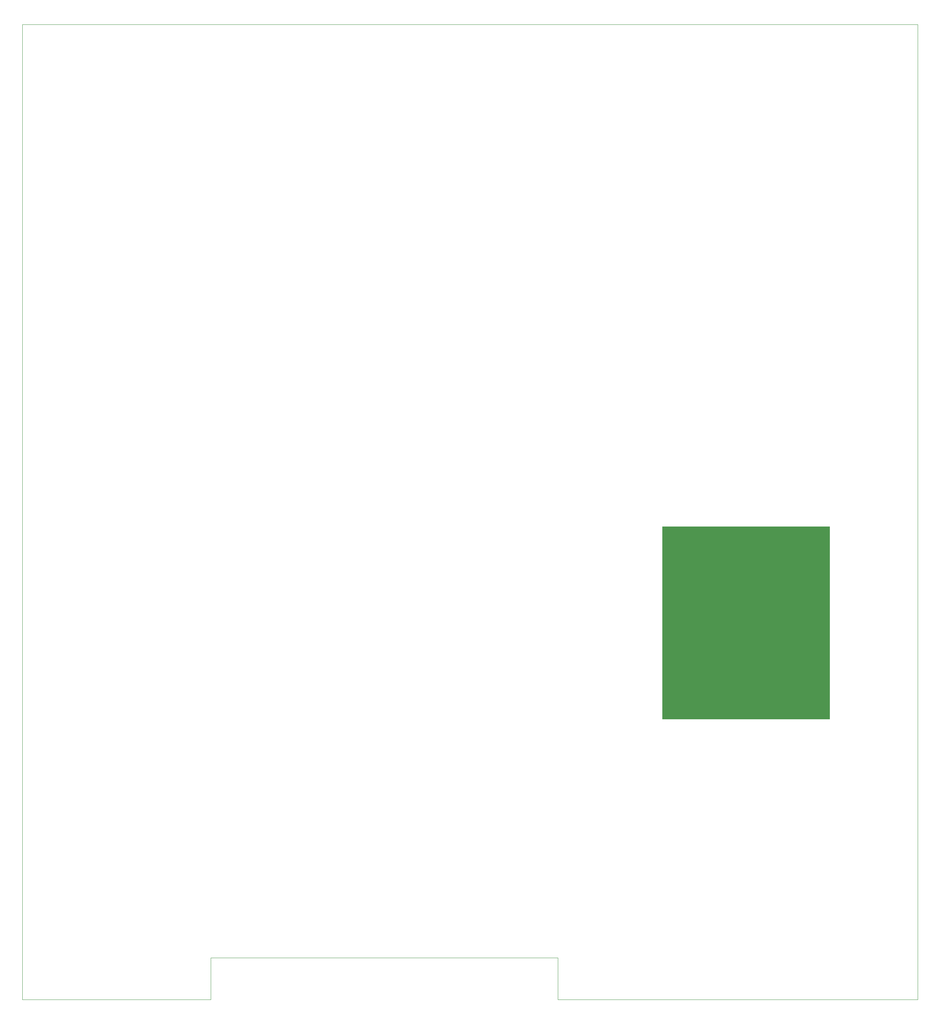
<source format=gbr>
%TF.GenerationSoftware,Altium Limited,Altium Designer,20.2.5 (213)*%
G04 Layer_Color=0*
%FSLAX45Y45*%
%MOMM*%
%TF.SameCoordinates,662F433C-BD6F-4083-8A0F-E7C0AAC1164F*%
%TF.FilePolarity,Positive*%
%TF.FileFunction,Profile,NP*%
%TF.Part,Single*%
G01*
G75*
%TA.AperFunction,Profile*%
%ADD52C,0.02540*%
G36*
X19300000Y11300000D02*
X15300000D01*
Y6700000D01*
X19300000D01*
Y11300000D01*
D02*
G37*
D52*
X0Y0D02*
Y23300000D01*
X21400000D01*
Y0D01*
X12800000D01*
Y1000000D01*
X4500000D01*
Y0D01*
X0D01*
%TF.MD5,263f3758d4c13f9b550576c41591d49e*%
M02*

</source>
